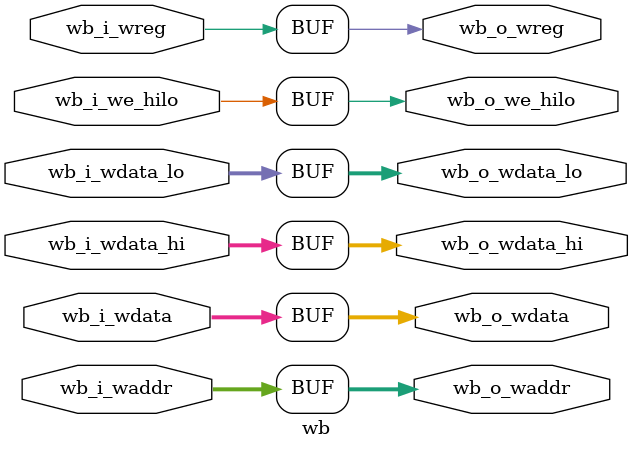
<source format=v>
module wb(
    input wb_i_we_hilo,
    input [31:0] wb_i_wdata_hi,
    input [31:0] wb_i_wdata_lo,
    input wb_i_wreg,
    input [4:0] wb_i_waddr,
    input [31:0] wb_i_wdata,

    output reg wb_o_we_hilo,
    output reg [31:0] wb_o_wdata_hi,
    output reg [31:0] wb_o_wdata_lo,
    output reg wb_o_wreg,
    output reg [4:0] wb_o_waddr,
    output reg [31:0] wb_o_wdata
);

always @* begin
    wb_o_we_hilo = wb_i_we_hilo;
    wb_o_wdata_hi = wb_i_wdata_hi;
    wb_o_wdata_lo = wb_i_wdata_lo;
    wb_o_wreg = wb_i_wreg;
    wb_o_waddr = wb_i_waddr;
    wb_o_wdata = wb_i_wdata;
end

endmodule

</source>
